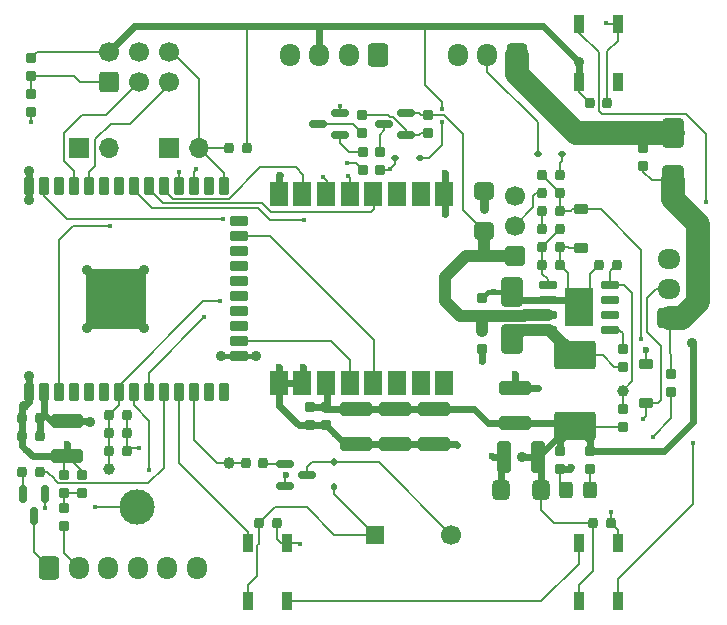
<source format=gbr>
%TF.GenerationSoftware,KiCad,Pcbnew,9.0.0-rc1*%
%TF.CreationDate,2025-03-28T12:21:10+01:00*%
%TF.ProjectId,Robobuoy-Top-Round-v2_0,526f626f-6275-46f7-992d-546f702d526f,rev?*%
%TF.SameCoordinates,Original*%
%TF.FileFunction,Copper,L1,Top*%
%TF.FilePolarity,Positive*%
%FSLAX46Y46*%
G04 Gerber Fmt 4.6, Leading zero omitted, Abs format (unit mm)*
G04 Created by KiCad (PCBNEW 9.0.0-rc1) date 2025-03-28 12:21:10*
%MOMM*%
%LPD*%
G01*
G04 APERTURE LIST*
G04 Aperture macros list*
%AMRoundRect*
0 Rectangle with rounded corners*
0 $1 Rounding radius*
0 $2 $3 $4 $5 $6 $7 $8 $9 X,Y pos of 4 corners*
0 Add a 4 corners polygon primitive as box body*
4,1,4,$2,$3,$4,$5,$6,$7,$8,$9,$2,$3,0*
0 Add four circle primitives for the rounded corners*
1,1,$1+$1,$2,$3*
1,1,$1+$1,$4,$5*
1,1,$1+$1,$6,$7*
1,1,$1+$1,$8,$9*
0 Add four rect primitives between the rounded corners*
20,1,$1+$1,$2,$3,$4,$5,0*
20,1,$1+$1,$4,$5,$6,$7,0*
20,1,$1+$1,$6,$7,$8,$9,0*
20,1,$1+$1,$8,$9,$2,$3,0*%
G04 Aperture macros list end*
%TA.AperFunction,SMDPad,CuDef*%
%ADD10RoundRect,0.250000X2.250000X-2.250000X2.250000X2.250000X-2.250000X2.250000X-2.250000X-2.250000X0*%
%TD*%
%TA.AperFunction,SMDPad,CuDef*%
%ADD11RoundRect,0.225000X0.225000X-0.525000X0.225000X0.525000X-0.225000X0.525000X-0.225000X-0.525000X0*%
%TD*%
%TA.AperFunction,SMDPad,CuDef*%
%ADD12RoundRect,0.225000X0.525000X0.225000X-0.525000X0.225000X-0.525000X-0.225000X0.525000X-0.225000X0*%
%TD*%
%TA.AperFunction,SMDPad,CuDef*%
%ADD13RoundRect,0.200000X0.200000X0.250000X-0.200000X0.250000X-0.200000X-0.250000X0.200000X-0.250000X0*%
%TD*%
%TA.AperFunction,SMDPad,CuDef*%
%ADD14RoundRect,0.200000X0.250000X-0.200000X0.250000X0.200000X-0.250000X0.200000X-0.250000X-0.200000X0*%
%TD*%
%TA.AperFunction,SMDPad,CuDef*%
%ADD15RoundRect,0.200000X-0.250000X0.200000X-0.250000X-0.200000X0.250000X-0.200000X0.250000X0.200000X0*%
%TD*%
%TA.AperFunction,SMDPad,CuDef*%
%ADD16RoundRect,0.090000X0.360000X-0.660000X0.360000X0.660000X-0.360000X0.660000X-0.360000X-0.660000X0*%
%TD*%
%TA.AperFunction,SMDPad,CuDef*%
%ADD17C,1.000000*%
%TD*%
%TA.AperFunction,SMDPad,CuDef*%
%ADD18RoundRect,0.150000X-0.587500X-0.150000X0.587500X-0.150000X0.587500X0.150000X-0.587500X0.150000X0*%
%TD*%
%TA.AperFunction,SMDPad,CuDef*%
%ADD19RoundRect,0.225000X0.375000X-0.225000X0.375000X0.225000X-0.375000X0.225000X-0.375000X-0.225000X0*%
%TD*%
%TA.AperFunction,SMDPad,CuDef*%
%ADD20RoundRect,0.375000X0.375000X0.475000X-0.375000X0.475000X-0.375000X-0.475000X0.375000X-0.475000X0*%
%TD*%
%TA.AperFunction,SMDPad,CuDef*%
%ADD21RoundRect,0.150000X0.587500X0.150000X-0.587500X0.150000X-0.587500X-0.150000X0.587500X-0.150000X0*%
%TD*%
%TA.AperFunction,SMDPad,CuDef*%
%ADD22RoundRect,0.250000X-1.100000X0.325000X-1.100000X-0.325000X1.100000X-0.325000X1.100000X0.325000X0*%
%TD*%
%TA.AperFunction,SMDPad,CuDef*%
%ADD23RoundRect,0.112500X0.187500X0.112500X-0.187500X0.112500X-0.187500X-0.112500X0.187500X-0.112500X0*%
%TD*%
%TA.AperFunction,SMDPad,CuDef*%
%ADD24RoundRect,0.200000X-0.200000X-0.250000X0.200000X-0.250000X0.200000X0.250000X-0.200000X0.250000X0*%
%TD*%
%TA.AperFunction,ComponentPad*%
%ADD25RoundRect,0.250000X0.600000X-0.600000X0.600000X0.600000X-0.600000X0.600000X-0.600000X-0.600000X0*%
%TD*%
%TA.AperFunction,ComponentPad*%
%ADD26C,1.700000*%
%TD*%
%TA.AperFunction,ComponentPad*%
%ADD27C,3.000000*%
%TD*%
%TA.AperFunction,ComponentPad*%
%ADD28R,1.700000X1.700000*%
%TD*%
%TA.AperFunction,ComponentPad*%
%ADD29O,1.700000X1.700000*%
%TD*%
%TA.AperFunction,SMDPad,CuDef*%
%ADD30RoundRect,0.250000X0.650000X-1.000000X0.650000X1.000000X-0.650000X1.000000X-0.650000X-1.000000X0*%
%TD*%
%TA.AperFunction,ComponentPad*%
%ADD31R,1.650000X1.650000*%
%TD*%
%TA.AperFunction,SMDPad,CuDef*%
%ADD32RoundRect,0.375000X0.475000X-0.375000X0.475000X0.375000X-0.475000X0.375000X-0.475000X-0.375000X0*%
%TD*%
%TA.AperFunction,ComponentPad*%
%ADD33RoundRect,0.250000X-0.600000X-0.725000X0.600000X-0.725000X0.600000X0.725000X-0.600000X0.725000X0*%
%TD*%
%TA.AperFunction,ComponentPad*%
%ADD34O,1.700000X1.950000*%
%TD*%
%TA.AperFunction,SMDPad,CuDef*%
%ADD35RoundRect,0.112500X0.112500X-0.187500X0.112500X0.187500X-0.112500X0.187500X-0.112500X-0.187500X0*%
%TD*%
%TA.AperFunction,SMDPad,CuDef*%
%ADD36RoundRect,0.230769X-1.519231X0.969231X-1.519231X-0.969231X1.519231X-0.969231X1.519231X0.969231X0*%
%TD*%
%TA.AperFunction,ComponentPad*%
%ADD37RoundRect,0.250000X0.725000X-0.600000X0.725000X0.600000X-0.725000X0.600000X-0.725000X-0.600000X0*%
%TD*%
%TA.AperFunction,ComponentPad*%
%ADD38O,1.950000X1.700000*%
%TD*%
%TA.AperFunction,ComponentPad*%
%ADD39RoundRect,0.250000X0.600000X0.725000X-0.600000X0.725000X-0.600000X-0.725000X0.600000X-0.725000X0*%
%TD*%
%TA.AperFunction,ComponentPad*%
%ADD40RoundRect,0.206250X0.618750X-0.618750X0.618750X0.618750X-0.618750X0.618750X-0.618750X-0.618750X0*%
%TD*%
%TA.AperFunction,SMDPad,CuDef*%
%ADD41R,1.500000X2.000000*%
%TD*%
%TA.AperFunction,SMDPad,CuDef*%
%ADD42RoundRect,0.300000X-0.300000X-0.400000X0.300000X-0.400000X0.300000X0.400000X-0.300000X0.400000X0*%
%TD*%
%TA.AperFunction,SMDPad,CuDef*%
%ADD43RoundRect,0.150000X0.650000X0.150000X-0.650000X0.150000X-0.650000X-0.150000X0.650000X-0.150000X0*%
%TD*%
%TA.AperFunction,HeatsinkPad*%
%ADD44C,0.500000*%
%TD*%
%TA.AperFunction,HeatsinkPad*%
%ADD45R,2.400000X3.200000*%
%TD*%
%TA.AperFunction,SMDPad,CuDef*%
%ADD46RoundRect,0.250000X0.325000X1.100000X-0.325000X1.100000X-0.325000X-1.100000X0.325000X-1.100000X0*%
%TD*%
%TA.AperFunction,SMDPad,CuDef*%
%ADD47RoundRect,0.250000X1.100000X-0.325000X1.100000X0.325000X-1.100000X0.325000X-1.100000X-0.325000X0*%
%TD*%
%TA.AperFunction,SMDPad,CuDef*%
%ADD48RoundRect,0.150000X-0.150000X0.587500X-0.150000X-0.587500X0.150000X-0.587500X0.150000X0.587500X0*%
%TD*%
%TA.AperFunction,SMDPad,CuDef*%
%ADD49RoundRect,0.225000X-0.375000X0.225000X-0.375000X-0.225000X0.375000X-0.225000X0.375000X0.225000X0*%
%TD*%
%TA.AperFunction,ViaPad*%
%ADD50C,0.450000*%
%TD*%
%TA.AperFunction,ViaPad*%
%ADD51C,0.900000*%
%TD*%
%TA.AperFunction,ViaPad*%
%ADD52C,0.600000*%
%TD*%
%TA.AperFunction,Conductor*%
%ADD53C,0.200000*%
%TD*%
%TA.AperFunction,Conductor*%
%ADD54C,0.600000*%
%TD*%
%TA.AperFunction,Conductor*%
%ADD55C,0.400000*%
%TD*%
%TA.AperFunction,Conductor*%
%ADD56C,0.800000*%
%TD*%
%TA.AperFunction,Conductor*%
%ADD57C,1.000000*%
%TD*%
%TA.AperFunction,Conductor*%
%ADD58C,2.000000*%
%TD*%
G04 APERTURE END LIST*
D10*
%TO.P,U101,39,GND*%
%TO.N,GND*%
X-12898000Y-860000D03*
D11*
%TO.P,U101,38,GND*%
X-20243000Y8750000D03*
%TO.P,U101,37,MOSI/GPIO23*%
%TO.N,/CPU/RADIO_1*%
X-18973000Y8750000D03*
%TO.P,U101,36,SCL/GPIO22*%
%TO.N,unconnected-(U101-SCL{slash}GPIO22-Pad36)*%
X-17703000Y8750000D03*
%TO.P,U101,35,TXD/GPIO1*%
%TO.N,TX*%
X-16433000Y8750000D03*
%TO.P,U101,34,RXD/GPIO3*%
%TO.N,RX*%
X-15163000Y8750000D03*
%TO.P,U101,33,SDA/GPIO21*%
%TO.N,unconnected-(U101-SDA{slash}GPIO21-Pad33)*%
X-13893000Y8750000D03*
%TO.P,U101,32,NC*%
%TO.N,unconnected-(U101-NC-Pad32)*%
X-12623000Y8750000D03*
%TO.P,U101,31,MISO/GPIO19*%
%TO.N,/CPU/RADIO_2*%
X-11353000Y8750000D03*
%TO.P,U101,30,SCK/GPIO18*%
%TO.N,/CPU/RADIO_3*%
X-10083000Y8750000D03*
%TO.P,U101,29,CS/GPIO5*%
%TO.N,/CPU/RADIO_4*%
X-8813000Y8750000D03*
%TO.P,U101,28,TXD/GPIO17*%
%TO.N,/CPU/TX_GPS*%
X-7543000Y8750000D03*
%TO.P,U101,27,RXD/GPIO16*%
%TO.N,/CPU/RX_GPS*%
X-6273000Y8750000D03*
%TO.P,U101,26,D1/GPIO4*%
%TO.N,unconnected-(U101-D1{slash}GPIO4-Pad26)*%
X-5003000Y8750000D03*
%TO.P,U101,25,BOOT/GPIO0*%
%TO.N,DR0*%
X-3733000Y8750000D03*
D12*
%TO.P,U101,24,D0/GPIO2*%
%TO.N,unconnected-(U101-D0{slash}GPIO2-Pad24)*%
X-2483000Y5715000D03*
%TO.P,U101,23,MTDO/CS/CMD/GPIO15*%
%TO.N,/CPU/RADIO_5*%
X-2483000Y4445000D03*
%TO.P,U101,22,NC*%
%TO.N,unconnected-(U101-NC-Pad22)*%
X-2483000Y3175000D03*
%TO.P,U101,21,NC*%
%TO.N,unconnected-(U101-NC-Pad21)*%
X-2483000Y1905000D03*
%TO.P,U101,20,NC*%
%TO.N,unconnected-(U101-NC-Pad20)*%
X-2483000Y635000D03*
%TO.P,U101,19,NC*%
%TO.N,unconnected-(U101-NC-Pad19)*%
X-2483000Y-635000D03*
%TO.P,U101,18,NC*%
%TO.N,unconnected-(U101-NC-Pad18)*%
X-2483000Y-1905000D03*
%TO.P,U101,17,NC*%
%TO.N,unconnected-(U101-NC-Pad17)*%
X-2483000Y-3175000D03*
%TO.P,U101,16,MTCK/MOSI/D3/GPIO13*%
%TO.N,unconnected-(U101-MTCK{slash}MOSI{slash}D3{slash}GPIO13-Pad16)*%
X-2483000Y-4445000D03*
%TO.P,U101,15,GND*%
%TO.N,GND*%
X-2483000Y-5715000D03*
D11*
%TO.P,U101,14,MTDI/MISO/D2/GPIO12*%
%TO.N,unconnected-(U101-MTDI{slash}MISO{slash}D2{slash}GPIO12-Pad14)*%
X-3733000Y-8750000D03*
%TO.P,U101,13,MTMS/SCK/CLK/GPIO14*%
%TO.N,/CPU/RADIO_6*%
X-5003000Y-8750000D03*
%TO.P,U101,12,GPIO27*%
%TO.N,BUZZER*%
X-6273000Y-8750000D03*
%TO.P,U101,11,GPIO26*%
%TO.N,BUTTON_LIGHT*%
X-7543000Y-8750000D03*
%TO.P,U101,10,GPIO25*%
%TO.N,LEDS*%
X-8813000Y-8750000D03*
%TO.P,U101,9,GPIO33*%
%TO.N,/CPU/VbatEn*%
X-10083000Y-8750000D03*
%TO.P,U101,8,GPIO32*%
%TO.N,/CPU/COM*%
X-11353000Y-8750000D03*
%TO.P,U101,7,GPIO35*%
%TO.N,/CPU/Vsamp*%
X-12623000Y-8750000D03*
%TO.P,U101,6,GPIO34*%
%TO.N,unconnected-(U101-GPIO34-Pad6)*%
X-13893000Y-8750000D03*
%TO.P,U101,5,GPIO39*%
%TO.N,unconnected-(U101-GPIO39-Pad5)*%
X-15163000Y-8750000D03*
%TO.P,U101,4,GPIO36*%
%TO.N,unconnected-(U101-GPIO36-Pad4)*%
X-16433000Y-8750000D03*
%TO.P,U101,3,CHIP_PU/EN*%
%TO.N,EN*%
X-17703000Y-8750000D03*
%TO.P,U101,2,VDD*%
%TO.N,+3.3V*%
X-18973000Y-8750000D03*
%TO.P,U101,1,GND*%
%TO.N,GND*%
X-20243000Y-8750000D03*
%TD*%
D13*
%TO.P,R209,1*%
%TO.N,Net-(U201-ENA)*%
X24722000Y5080000D03*
%TO.P,R209,2*%
%TO.N,Net-(R207-Pad2)*%
X23222000Y5080000D03*
%TD*%
D14*
%TO.P,C207,1*%
%TO.N,Net-(D204-K)*%
X30068000Y-6592000D03*
%TO.P,C207,2*%
%TO.N,Net-(U201-BOOT)*%
X30068000Y-5092000D03*
%TD*%
D15*
%TO.P,R102,1*%
%TO.N,+3.3V*%
X-20066000Y19546000D03*
%TO.P,R102,2*%
%TO.N,EN*%
X-20066000Y18046000D03*
%TD*%
D16*
%TO.P,D104,1,VDD*%
%TO.N,+3.3V*%
X-1650000Y-26450000D03*
%TO.P,D104,2,DOUT*%
%TO.N,Net-(D104-DOUT)*%
X1650000Y-26450000D03*
%TO.P,D104,3,VSS*%
%TO.N,GND*%
X1650000Y-21550000D03*
%TO.P,D104,4,DIN*%
%TO.N,LEDS*%
X-1650000Y-21550000D03*
%TD*%
D17*
%TO.P,TP204,1,1*%
%TO.N,Net-(U201-Vsens)*%
X30068000Y-8636000D03*
%TD*%
D14*
%TO.P,C203,1*%
%TO.N,Vbatt*%
X18130000Y-2274000D03*
%TO.P,C203,2*%
%TO.N,GND*%
X18130000Y-774000D03*
%TD*%
%TO.P,C113,1*%
%TO.N,BUTTON*%
X-17272000Y-17260000D03*
%TO.P,C113,2*%
%TO.N,GND*%
X-17272000Y-15760000D03*
%TD*%
D18*
%TO.P,Q102,1,G*%
%TO.N,Net-(Q102-G)*%
X1475500Y-14798000D03*
%TO.P,Q102,2,S*%
%TO.N,GND*%
X1475500Y-16698000D03*
%TO.P,Q102,3,D*%
%TO.N,Net-(BZ101--)*%
X3350500Y-15748000D03*
%TD*%
D16*
%TO.P,D105,1,VDD*%
%TO.N,+3.3V*%
X26350000Y-26450000D03*
%TO.P,D105,2,DOUT*%
%TO.N,Net-(D105-DOUT)*%
X29650000Y-26450000D03*
%TO.P,D105,3,VSS*%
%TO.N,GND*%
X29650000Y-21550000D03*
%TO.P,D105,4,DIN*%
%TO.N,Net-(D104-DOUT)*%
X26350000Y-21550000D03*
%TD*%
D13*
%TO.P,R101,1*%
%TO.N,+3.3V*%
X-1790000Y11938000D03*
%TO.P,R101,2*%
%TO.N,DR0*%
X-3290000Y11938000D03*
%TD*%
D19*
%TO.P,D206,1,K*%
%TO.N,/CPU/COM*%
X32000000Y-9650000D03*
%TO.P,D206,2,A*%
%TO.N,GND*%
X32000000Y-6350000D03*
%TD*%
D20*
%TO.P,C211,1*%
%TO.N,+3.3V*%
X23132000Y-17018000D03*
%TO.P,C211,2*%
%TO.N,GND*%
X19732000Y-17018000D03*
%TD*%
D21*
%TO.P,Q202,1,G*%
%TO.N,Net-(Q202-G)*%
X11701500Y13020000D03*
%TO.P,Q202,2,S*%
%TO.N,Vbatt*%
X11701500Y14920000D03*
%TO.P,Q202,3,D*%
%TO.N,Net-(Q202-D)*%
X9826500Y13970000D03*
%TD*%
D22*
%TO.P,C302,1*%
%TO.N,+3.3V*%
X14066000Y-10209000D03*
%TO.P,C302,2*%
%TO.N,GND*%
X14066000Y-13159000D03*
%TD*%
D23*
%TO.P,D203,1,K*%
%TO.N,Net-(D203-K)*%
X24926000Y11430000D03*
%TO.P,D203,2,A*%
%TO.N,Net-(D203-A)*%
X22826000Y11430000D03*
%TD*%
D24*
%TO.P,C204,1*%
%TO.N,/CPU/Vsamp*%
X-13450000Y-13691585D03*
%TO.P,C204,2*%
%TO.N,GND*%
X-11950000Y-13691585D03*
%TD*%
%TO.P,C205,1*%
%TO.N,Net-(U201-ENA)*%
X23222000Y2032000D03*
%TO.P,C205,2*%
%TO.N,GND*%
X24722000Y2032000D03*
%TD*%
D13*
%TO.P,R212,1*%
%TO.N,Net-(U201-Vsens)*%
X29536000Y2032000D03*
%TO.P,R212,2*%
%TO.N,GND*%
X28036000Y2032000D03*
%TD*%
%TO.P,R215,1*%
%TO.N,Net-(D203-K)*%
X24722000Y9652000D03*
%TO.P,R215,2*%
%TO.N,/CPU/ON*%
X23222000Y9652000D03*
%TD*%
D15*
%TO.P,C104,1*%
%TO.N,+3.3V*%
X3556000Y-10045000D03*
%TO.P,C104,2*%
%TO.N,GND*%
X3556000Y-11545000D03*
%TD*%
D13*
%TO.P,C106,1*%
%TO.N,+3.3V*%
X-19316000Y-12446000D03*
%TO.P,C106,2*%
%TO.N,GND*%
X-20816000Y-12446000D03*
%TD*%
%TO.P,R119,1*%
%TO.N,BUTTON_LIGHT*%
X-19316000Y-15494000D03*
%TO.P,R119,2*%
%TO.N,Net-(Q101-G)*%
X-20816000Y-15494000D03*
%TD*%
D25*
%TO.P,J101,1,Pin_1*%
%TO.N,EN*%
X-13467000Y17535500D03*
D26*
%TO.P,J101,2,Pin_2*%
%TO.N,+3.3V*%
X-13467000Y20075500D03*
%TO.P,J101,3,Pin_3*%
%TO.N,TX*%
X-10927000Y17535500D03*
%TO.P,J101,4,Pin_4*%
%TO.N,GND*%
X-10927000Y20075500D03*
%TO.P,J101,5,Pin_5*%
%TO.N,RX*%
X-8387000Y17535500D03*
%TO.P,J101,6,Pin_6*%
%TO.N,DR0*%
X-8387000Y20075500D03*
%TD*%
D13*
%TO.P,C105,1*%
%TO.N,+3.3V*%
X-19316000Y-10922000D03*
%TO.P,C105,2*%
%TO.N,GND*%
X-20816000Y-10922000D03*
%TD*%
D27*
%TO.P,TP203,1,1*%
%TO.N,GND*%
X-11049000Y-18491200D03*
%TD*%
D28*
%TO.P,SW101,1,1*%
%TO.N,GND*%
X-8382000Y11938000D03*
D29*
%TO.P,SW101,2,2*%
%TO.N,DR0*%
X-5842000Y11938000D03*
%TD*%
D24*
%TO.P,R205,1*%
%TO.N,Net-(R205-Pad1)*%
X23222000Y8128000D03*
%TO.P,R205,2*%
%TO.N,/CPU/ON*%
X24722000Y8128000D03*
%TD*%
D14*
%TO.P,R202,1*%
%TO.N,Net-(Q202-G)*%
X13558000Y13220000D03*
%TO.P,R202,2*%
%TO.N,Vbatt*%
X13558000Y14720000D03*
%TD*%
D15*
%TO.P,C303,1*%
%TO.N,+3.3V*%
X4922000Y-10045000D03*
%TO.P,C303,2*%
%TO.N,GND*%
X4922000Y-11545000D03*
%TD*%
D28*
%TO.P,SW102,1,1*%
%TO.N,GND*%
X-16007000Y11938000D03*
D29*
%TO.P,SW102,2,2*%
%TO.N,EN*%
X-13467000Y11938000D03*
%TD*%
D30*
%TO.P,D201,1,K*%
%TO.N,Vbatt*%
X34290000Y9176000D03*
%TO.P,D201,2,A*%
%TO.N,Net-(D201-A)*%
X34290000Y13176000D03*
%TD*%
D31*
%TO.P,BZ101,1,+*%
%TO.N,+3.3V*%
X9038000Y-20828000D03*
D26*
%TO.P,BZ101,2,-*%
%TO.N,Net-(BZ101--)*%
X15538000Y-20828000D03*
%TD*%
D30*
%TO.P,D204,1,K*%
%TO.N,Net-(D204-K)*%
X20670000Y-4286000D03*
%TO.P,D204,2,A*%
%TO.N,GND*%
X20670000Y-286000D03*
%TD*%
D15*
%TO.P,C202,1*%
%TO.N,Vbatt*%
X18130000Y-3568000D03*
%TO.P,C202,2*%
%TO.N,GND*%
X18130000Y-5068000D03*
%TD*%
D32*
%TO.P,C201,1*%
%TO.N,Vbatt*%
X18288000Y4904000D03*
%TO.P,C201,2*%
%TO.N,GND*%
X18288000Y8304000D03*
%TD*%
D33*
%TO.P,J103,1,Pin_1*%
%TO.N,Net-(J103-Pin_1)*%
X-18502000Y-23622000D03*
D34*
%TO.P,J103,2,Pin_2*%
%TO.N,Net-(J103-Pin_2)*%
X-16002000Y-23622000D03*
%TO.P,J103,3,Pin_3*%
%TO.N,+3.3V*%
X-13502000Y-23622000D03*
%TO.P,J103,4,Pin_4*%
%TO.N,GND*%
X-11002000Y-23622000D03*
%TO.P,J103,5,Pin_5*%
%TO.N,/CPU/ON*%
X-8502000Y-23622000D03*
%TO.P,J103,6,Pin_6*%
%TO.N,Net-(J103-Pin_6)*%
X-6002000Y-23622000D03*
%TD*%
D35*
%TO.P,D101,1,K*%
%TO.N,+3.3V*%
X5588000Y-16798000D03*
%TO.P,D101,2,A*%
%TO.N,Net-(BZ101--)*%
X5588000Y-14698000D03*
%TD*%
D15*
%TO.P,R201,1*%
%TO.N,Net-(Q201-G)*%
X8077200Y11570400D03*
%TO.P,R201,2*%
%TO.N,/CPU/VbatEn*%
X8077200Y10070400D03*
%TD*%
D22*
%TO.P,C102,1*%
%TO.N,+3.3V*%
X-17018000Y-11225000D03*
%TO.P,C102,2*%
%TO.N,GND*%
X-17018000Y-14175000D03*
%TD*%
D36*
%TO.P,L201,1*%
%TO.N,Net-(D204-K)*%
X26004000Y-5636000D03*
%TO.P,L201,2*%
%TO.N,+3.3V*%
X26004000Y-11636000D03*
%TD*%
D15*
%TO.P,C210,1*%
%TO.N,+3.3V*%
X24734000Y-13728000D03*
%TO.P,C210,2*%
%TO.N,GND*%
X24734000Y-15228000D03*
%TD*%
D37*
%TO.P,J201,1,Pin_1*%
%TO.N,Vbatt*%
X34000000Y-2500000D03*
D38*
%TO.P,J201,2,Pin_2*%
%TO.N,/CPU/COM*%
X34000000Y0D03*
%TO.P,J201,3,Pin_3*%
%TO.N,GND*%
X34000000Y2500000D03*
%TD*%
D13*
%TO.P,R207,1*%
%TO.N,/CPU/ON*%
X24722000Y6604000D03*
%TO.P,R207,2*%
%TO.N,Net-(R207-Pad2)*%
X23222000Y6604000D03*
%TD*%
D23*
%TO.P,D202,1,K*%
%TO.N,+3.3V*%
X12835600Y11099800D03*
%TO.P,D202,2,A*%
%TO.N,/CPU/Vsamp*%
X10735600Y11099800D03*
%TD*%
D21*
%TO.P,Q201,1,G*%
%TO.N,Net-(Q201-G)*%
X6113500Y13020000D03*
%TO.P,Q201,2,S*%
%TO.N,GND*%
X6113500Y14920000D03*
%TO.P,Q201,3,D*%
%TO.N,Net-(Q201-D)*%
X4238500Y13970000D03*
%TD*%
D24*
%TO.P,C108,1*%
%TO.N,+3.3V*%
X27540000Y-19812000D03*
%TO.P,C108,2*%
%TO.N,GND*%
X29040000Y-19812000D03*
%TD*%
D17*
%TO.P,TP101,1,1*%
%TO.N,BUZZER*%
X-3302000Y-14732000D03*
%TD*%
D22*
%TO.P,C301,1*%
%TO.N,+3.3V*%
X7462000Y-10209000D03*
%TO.P,C301,2*%
%TO.N,GND*%
X7462000Y-13159000D03*
%TD*%
D15*
%TO.P,C101,1*%
%TO.N,EN*%
X-20066000Y16498000D03*
%TO.P,C101,2*%
%TO.N,GND*%
X-20066000Y14998000D03*
%TD*%
D39*
%TO.P,J104,1,Pin_1*%
%TO.N,/CPU/TX_GPS*%
X9338000Y19795000D03*
D34*
%TO.P,J104,2,Pin_2*%
%TO.N,/CPU/RX_GPS*%
X6838000Y19795000D03*
%TO.P,J104,3,Pin_3*%
%TO.N,+3.3V*%
X4338000Y19795000D03*
%TO.P,J104,4,Pin_4*%
%TO.N,GND*%
X1838000Y19795000D03*
%TD*%
D40*
%TO.P,SW201,1*%
%TO.N,Vbatt*%
X20924000Y2794000D03*
D26*
%TO.P,SW201,2*%
%TO.N,Net-(R205-Pad1)*%
X20924000Y5334000D03*
%TO.P,SW201,3*%
%TO.N,unconnected-(SW201-Pad3)*%
X20924000Y7874000D03*
%TD*%
D15*
%TO.P,R214,1*%
%TO.N,Net-(D201-A)*%
X31750000Y11926000D03*
%TO.P,R214,2*%
%TO.N,Vbatt*%
X31750000Y10426000D03*
%TD*%
%TO.P,R112,1*%
%TO.N,BUTTON*%
X-17272000Y-18554000D03*
%TO.P,R112,2*%
%TO.N,Net-(J103-Pin_2)*%
X-17272000Y-20054000D03*
%TD*%
D41*
%TO.P,U301,1,GND*%
%TO.N,GND*%
X927600Y-7948200D03*
%TO.P,U301,2,GND*%
X2927600Y-7948200D03*
%TO.P,U301,3,VDD*%
%TO.N,+3.3V*%
X4927600Y-7948200D03*
%TO.P,U301,4,~{RESET}*%
%TO.N,/CPU/RADIO_5*%
X6927600Y-7948200D03*
%TO.P,U301,5,DIO0*%
%TO.N,/CPU/RADIO_6*%
X8927600Y-7948200D03*
%TO.P,U301,6,DIO1*%
%TO.N,unconnected-(U301-DIO1-Pad6)*%
X10927600Y-7948200D03*
%TO.P,U301,7,DIO2*%
%TO.N,unconnected-(U301-DIO2-Pad7)*%
X12927600Y-7948200D03*
%TO.P,U301,8,DIO3*%
%TO.N,unconnected-(U301-DIO3-Pad8)*%
X14927600Y-7948200D03*
%TO.P,U301,9,GND*%
%TO.N,GND*%
X14927600Y8051800D03*
%TO.P,U301,10,DIO4*%
%TO.N,unconnected-(U301-DIO4-Pad10)*%
X12927600Y8051800D03*
%TO.P,U301,11,DIO5*%
%TO.N,unconnected-(U301-DIO5-Pad11)*%
X10927600Y8051800D03*
%TO.P,U301,12,SCK*%
%TO.N,/CPU/RADIO_3*%
X8927600Y8051800D03*
%TO.P,U301,13,MISO*%
%TO.N,/CPU/RADIO_2*%
X6927600Y8051800D03*
%TO.P,U301,14,MOSI*%
%TO.N,/CPU/RADIO_1*%
X4927600Y8051800D03*
%TO.P,U301,15,~{NSS}*%
%TO.N,/CPU/RADIO_4*%
X2927600Y8051800D03*
%TO.P,U301,16,GND*%
%TO.N,GND*%
X927600Y8051800D03*
%TD*%
D24*
%TO.P,R208,1*%
%TO.N,/CPU/Vsamp*%
X-13450000Y-10668000D03*
%TO.P,R208,2*%
%TO.N,GND*%
X-11950000Y-10668000D03*
%TD*%
D22*
%TO.P,C103,1*%
%TO.N,+3.3V*%
X10764000Y-10209000D03*
%TO.P,C103,2*%
%TO.N,GND*%
X10764000Y-13159000D03*
%TD*%
D13*
%TO.P,R103,1*%
%TO.N,Net-(Q102-G)*%
X-393000Y-14732000D03*
%TO.P,R103,2*%
%TO.N,BUZZER*%
X-1893000Y-14732000D03*
%TD*%
D15*
%TO.P,R104,1*%
%TO.N,Vbatt*%
X34163000Y-7251000D03*
%TO.P,R104,2*%
%TO.N,Net-(J103-Pin_6)*%
X34163000Y-8751000D03*
%TD*%
D14*
%TO.P,R203,1*%
%TO.N,Net-(Q201-D)*%
X7970000Y13220000D03*
%TO.P,R203,2*%
%TO.N,Net-(Q202-G)*%
X7970000Y14720000D03*
%TD*%
D24*
%TO.P,R204,1*%
%TO.N,/CPU/Vsamp*%
X-13450000Y-12167585D03*
%TO.P,R204,2*%
%TO.N,GND*%
X-11950000Y-12167585D03*
%TD*%
D42*
%TO.P,D205,1,K*%
%TO.N,GND*%
X25258000Y-17018000D03*
%TO.P,D205,2,A*%
%TO.N,Net-(D205-A)*%
X27258000Y-17018000D03*
%TD*%
D14*
%TO.P,R213,1*%
%TO.N,Net-(D205-A)*%
X27274000Y-15228000D03*
%TO.P,R213,2*%
%TO.N,+3.3V*%
X27274000Y-13728000D03*
%TD*%
D43*
%TO.P,U201,1,BOOT*%
%TO.N,Net-(U201-BOOT)*%
X29000000Y-3467000D03*
%TO.P,U201,2,NC*%
%TO.N,unconnected-(U201-NC-Pad2)*%
X29000000Y-2197000D03*
%TO.P,U201,3,NC*%
%TO.N,unconnected-(U201-NC-Pad3)*%
X29000000Y-927000D03*
%TO.P,U201,4,Vsens*%
%TO.N,Net-(U201-Vsens)*%
X29000000Y343000D03*
%TO.P,U201,5,ENA*%
%TO.N,Net-(U201-ENA)*%
X23700000Y343000D03*
%TO.P,U201,6,GND*%
%TO.N,GND*%
X23700000Y-927000D03*
%TO.P,U201,7,Vin*%
%TO.N,Vbatt*%
X23700000Y-2197000D03*
%TO.P,U201,8,PH*%
%TO.N,Net-(D204-K)*%
X23700000Y-3467000D03*
D44*
%TO.P,U201,9,PAD*%
%TO.N,GND*%
X27300000Y-2912000D03*
X27300000Y-1562000D03*
X27300000Y-212000D03*
D45*
X26350000Y-1562000D03*
D44*
X25400000Y-2912000D03*
X25400000Y-1562000D03*
X25400000Y-212000D03*
%TD*%
D15*
%TO.P,R206,1*%
%TO.N,Net-(Q202-D)*%
X9474200Y11570400D03*
%TO.P,R206,2*%
%TO.N,/CPU/Vsamp*%
X9474200Y10070400D03*
%TD*%
D24*
%TO.P,C109,1*%
%TO.N,+3.3V*%
X-750000Y-19812000D03*
%TO.P,C109,2*%
%TO.N,GND*%
X750000Y-19812000D03*
%TD*%
D17*
%TO.P,TP202,1,1*%
%TO.N,/CPU/Vsamp*%
X-13462000Y-15215585D03*
%TD*%
D24*
%TO.P,C107,1*%
%TO.N,+3.3V*%
X27250000Y15748000D03*
%TO.P,C107,2*%
%TO.N,GND*%
X28750000Y15748000D03*
%TD*%
D14*
%TO.P,R211,1*%
%TO.N,+3.3V*%
X30068000Y-11672000D03*
%TO.P,R211,2*%
%TO.N,Net-(U201-Vsens)*%
X30068000Y-10172000D03*
%TD*%
D39*
%TO.P,J202,1,Pin_1*%
%TO.N,Net-(D201-A)*%
X21082000Y19812000D03*
D34*
%TO.P,J202,2,Pin_2*%
%TO.N,Net-(D203-A)*%
X18582000Y19812000D03*
%TO.P,J202,3,Pin_3*%
%TO.N,GND*%
X16082000Y19812000D03*
%TD*%
D46*
%TO.P,C209,1*%
%TO.N,+3.3V*%
X22907000Y-14224000D03*
%TO.P,C209,2*%
%TO.N,GND*%
X19957000Y-14224000D03*
%TD*%
D47*
%TO.P,C208,1*%
%TO.N,+3.3V*%
X20924000Y-11381000D03*
%TO.P,C208,2*%
%TO.N,GND*%
X20924000Y-8431000D03*
%TD*%
D24*
%TO.P,R210,1*%
%TO.N,Net-(U201-ENA)*%
X23222000Y3556000D03*
%TO.P,R210,2*%
%TO.N,GND*%
X24722000Y3556000D03*
%TD*%
D14*
%TO.P,R117,1*%
%TO.N,BUTTON*%
X-15748000Y-17260000D03*
%TO.P,R117,2*%
%TO.N,GND*%
X-15748000Y-15760000D03*
%TD*%
D48*
%TO.P,Q101,1,D*%
%TO.N,GND*%
X-18862000Y-17350500D03*
%TO.P,Q101,2,G*%
%TO.N,Net-(Q101-G)*%
X-20762000Y-17350500D03*
%TO.P,Q101,3,S*%
%TO.N,Net-(J103-Pin_1)*%
X-19812000Y-19225500D03*
%TD*%
D16*
%TO.P,D106,1,VDD*%
%TO.N,+3.3V*%
X26350000Y17550000D03*
%TO.P,D106,2,DOUT*%
%TO.N,unconnected-(D106-DOUT-Pad2)*%
X29650000Y17550000D03*
%TO.P,D106,3,VSS*%
%TO.N,GND*%
X29650000Y22450000D03*
%TO.P,D106,4,DIN*%
%TO.N,Net-(D105-DOUT)*%
X26350000Y22450000D03*
%TD*%
D49*
%TO.P,D207,1,K*%
%TO.N,/CPU/ON*%
X26512000Y6730000D03*
%TO.P,D207,2,A*%
%TO.N,GND*%
X26512000Y3430000D03*
%TD*%
D50*
%TO.N,/CPU/COM*%
X-10033000Y-15367000D03*
X31750000Y-11049000D03*
%TO.N,+3.3V*%
X14705468Y14143068D03*
D51*
X21488400Y-14224000D03*
D50*
X14706600Y15245000D03*
D51*
X26350000Y19166800D03*
X-15036800Y-11252200D03*
X35915600Y-4622800D03*
%TO.N,GND*%
X-15341600Y-3276600D03*
X-10464800Y-3302000D03*
D50*
X-14605000Y-18491200D03*
X-20066000Y14097000D03*
D52*
X18288000Y6731000D03*
X20955000Y-7239000D03*
D51*
X-20243800Y-7340600D03*
D50*
X-10896600Y-13436600D03*
D51*
X-15341600Y1600200D03*
D52*
X970000Y-6604000D03*
X970000Y-9448800D03*
D51*
X-1016000Y-5715000D03*
D52*
X32004000Y-5207000D03*
X2970000Y-6654800D03*
X18999200Y-14173200D03*
D51*
X-20243000Y7493800D03*
D50*
X28600400Y22479000D03*
X29032200Y-18872200D03*
D52*
X25654000Y-15113000D03*
X16002000Y-13208000D03*
D51*
X-3962400Y-5715000D03*
D52*
X5715000Y-12319000D03*
X-20447000Y-13639800D03*
X12446000Y-13159000D03*
X-17043400Y-13106400D03*
D50*
X-18846800Y-18567400D03*
D52*
X22860000Y-8382000D03*
D51*
X-20243000Y10006800D03*
X-12898000Y-860000D03*
D52*
X19177000Y-286000D03*
X18161000Y-6096000D03*
X14986000Y9779000D03*
X14986000Y6350000D03*
D51*
X-10490200Y1625600D03*
D52*
X9144000Y-13159000D03*
D51*
X-20612100Y-9944100D03*
D52*
X1524000Y-15748000D03*
D50*
X6121400Y15519400D03*
D52*
X1016000Y9652000D03*
D50*
X2743200Y-21564600D03*
%TO.N,EN*%
X-13411200Y5359400D03*
%TO.N,/CPU/Vsamp*%
X10325100Y10147300D03*
X-4038600Y-1066800D03*
%TO.N,Net-(D105-DOUT)*%
X36017200Y-13030200D03*
X37084000Y7391400D03*
%TO.N,/CPU/TX_GPS*%
X-7518400Y9931400D03*
%TO.N,/CPU/RX_GPS*%
X-6070600Y10109200D03*
%TO.N,/CPU/VbatEn*%
X-5410200Y-2413000D03*
X6680200Y10668000D03*
%TO.N,/CPU/RADIO_1*%
X-3784600Y5943600D03*
X4622800Y9474200D03*
%TO.N,/CPU/RADIO_2*%
X3048000Y5816600D03*
X6756400Y9525000D03*
%TO.N,/CPU/ON*%
X31623000Y-4241800D03*
%TO.N,Net-(J103-Pin_6)*%
X32562800Y-12522200D03*
%TD*%
D53*
%TO.N,/CPU/COM*%
X-10033000Y-11176000D02*
X-11353000Y-9856000D01*
X-11353000Y-9856000D02*
X-11353000Y-8750000D01*
X-10033000Y-15367000D02*
X-10033000Y-11176000D01*
X32000000Y-10799000D02*
X31750000Y-11049000D01*
X32000000Y-9650000D02*
X32000000Y-10799000D01*
%TO.N,GND*%
X25400000Y1354000D02*
X25400000Y-212000D01*
X24722000Y2032000D02*
X25400000Y1354000D01*
X24722000Y3556000D02*
X24722000Y2032000D01*
X-10922000Y-13462000D02*
X-10896600Y-13436600D01*
X-11720415Y-13462000D02*
X-10922000Y-13462000D01*
X-11950000Y-13691585D02*
X-11720415Y-13462000D01*
X-11950000Y-10668000D02*
X-11950000Y-13691585D01*
%TO.N,/CPU/Vsamp*%
X-13450000Y-10668000D02*
X-13450000Y-13691585D01*
%TO.N,BUTTON_LIGHT*%
X-8813000Y-15163000D02*
X-8813000Y-8750000D01*
X-16211064Y-16461000D02*
X-10111000Y-16461000D01*
X-10111000Y-16461000D02*
X-8813000Y-15163000D01*
X-16808936Y-16461000D02*
X-16807136Y-16459200D01*
X-17735064Y-16461000D02*
X-16808936Y-16461000D01*
X-18023000Y-16140000D02*
X-18023000Y-16173064D01*
X-18023000Y-16173064D02*
X-17735064Y-16461000D01*
X-18669000Y-15494000D02*
X-18023000Y-16140000D01*
X-19316000Y-15494000D02*
X-18669000Y-15494000D01*
X-16212864Y-16459200D02*
X-16211064Y-16461000D01*
X-16807136Y-16459200D02*
X-16212864Y-16459200D01*
%TO.N,+3.3V*%
X9038000Y-20828000D02*
X5613400Y-20828000D01*
D54*
X4922000Y-10045000D02*
X4807000Y-10160000D01*
D53*
X13639800Y11099800D02*
X12835600Y11099800D01*
D54*
X13258800Y22225000D02*
X23291800Y22225000D01*
D53*
X-1650000Y-25043400D02*
X-1650000Y-26450000D01*
X23132000Y-18763200D02*
X23132000Y-17018000D01*
X26350000Y-25085000D02*
X26350000Y-26450000D01*
D54*
X22907000Y-14224000D02*
X25495000Y-11636000D01*
X22907000Y-14224000D02*
X21488400Y-14224000D01*
X22907000Y-14224000D02*
X23132000Y-14449000D01*
X23291800Y22225000D02*
X26350000Y19166800D01*
D53*
X30068000Y-11672000D02*
X26040000Y-11672000D01*
D54*
X5086000Y-10209000D02*
X4922000Y-10045000D01*
X17448000Y-10209000D02*
X14066000Y-10209000D01*
D53*
X27540000Y-23895000D02*
X26350000Y-25085000D01*
X-1790000Y11938000D02*
X-1790000Y22186200D01*
X24180800Y-19812000D02*
X23132000Y-18763200D01*
X26040000Y-11672000D02*
X26004000Y-11636000D01*
X-750000Y-21578000D02*
X-899000Y-21727000D01*
X-1790000Y22186200D02*
X-1828800Y22225000D01*
D54*
X4922000Y-10045000D02*
X3556000Y-10045000D01*
X4338000Y19795000D02*
X4338000Y22225000D01*
D53*
X27540000Y-19812000D02*
X27540000Y-23895000D01*
X-899000Y-24292400D02*
X-1650000Y-25043400D01*
X14706600Y15798800D02*
X13258800Y17246600D01*
X-899000Y-21727000D02*
X-899000Y-24292400D01*
D54*
X18620000Y-11381000D02*
X17448000Y-10209000D01*
X-19316000Y-10922000D02*
X-19316000Y-12446000D01*
X990600Y22225000D02*
X13258800Y22225000D01*
X25495000Y-11636000D02*
X26004000Y-11636000D01*
X27274000Y-12906000D02*
X26004000Y-11636000D01*
X-18973000Y-10579000D02*
X-19316000Y-10922000D01*
X27274000Y-13728000D02*
X33541400Y-13728000D01*
X20924000Y-11381000D02*
X25749000Y-11381000D01*
X33541400Y-13728000D02*
X34290000Y-12979400D01*
X25749000Y-11381000D02*
X26004000Y-11636000D01*
D53*
X14706600Y14141936D02*
X14706600Y12166600D01*
X5613400Y-20828000D02*
X3276600Y-18491200D01*
X5588000Y-17378000D02*
X9038000Y-20828000D01*
X27540000Y-19812000D02*
X24180800Y-19812000D01*
D54*
X23132000Y-14449000D02*
X23132000Y-17018000D01*
D53*
X5588000Y-16798000D02*
X5588000Y-17378000D01*
D54*
X4970000Y-8000000D02*
X4970000Y-9997000D01*
X-15064000Y-11225000D02*
X-15036800Y-11252200D01*
X-17018000Y-11225000D02*
X-18327000Y-11225000D01*
D53*
X-750000Y-19812000D02*
X-750000Y-21578000D01*
D54*
X27274000Y-13728000D02*
X27274000Y-12906000D01*
X24734000Y-13728000D02*
X24734000Y-12906000D01*
X-18973000Y-8750000D02*
X-18973000Y-10579000D01*
D53*
X-13476500Y20066000D02*
X-19546000Y20066000D01*
D54*
X35991800Y-11277600D02*
X35991800Y-4622800D01*
D53*
X14706600Y12166600D02*
X13639800Y11099800D01*
X14705468Y14143068D02*
X14706600Y14141936D01*
D54*
X-11317500Y22225000D02*
X-13467000Y20075500D01*
X26350000Y19166800D02*
X26350000Y17550000D01*
D53*
X3276600Y-18491200D02*
X570800Y-18491200D01*
X-13467000Y20075500D02*
X-13476500Y20066000D01*
D54*
X4970000Y-9997000D02*
X4922000Y-10045000D01*
X-18327000Y-11225000D02*
X-18973000Y-10579000D01*
D53*
X14706600Y15245000D02*
X14706600Y15798800D01*
D54*
X-1828800Y22225000D02*
X-11317500Y22225000D01*
D53*
X26350000Y17550000D02*
X26350000Y16648000D01*
X570800Y-18491200D02*
X-750000Y-19812000D01*
D54*
X34290000Y-12979400D02*
X35991800Y-11277600D01*
X-17018000Y-11225000D02*
X-15064000Y-11225000D01*
D53*
X-19546000Y20066000D02*
X-20066000Y19546000D01*
D54*
X20924000Y-11381000D02*
X18620000Y-11381000D01*
X14066000Y-10209000D02*
X5086000Y-10209000D01*
X24734000Y-12906000D02*
X26004000Y-11636000D01*
X990600Y22225000D02*
X-1828800Y22225000D01*
D53*
X13258800Y17246600D02*
X13258800Y22225000D01*
X26350000Y16648000D02*
X27250000Y15748000D01*
D54*
X35991800Y-4622800D02*
X35915600Y-4622800D01*
D53*
%TO.N,Net-(BZ101--)*%
X3717000Y-14698000D02*
X5588000Y-14698000D01*
X3350500Y-15064500D02*
X3717000Y-14698000D01*
X9408000Y-14698000D02*
X15538000Y-20828000D01*
X3350500Y-15748000D02*
X3350500Y-15064500D01*
X5588000Y-14698000D02*
X9408000Y-14698000D01*
%TO.N,GND*%
X1103000Y-21550000D02*
X1650000Y-21550000D01*
D54*
X5696000Y-12319000D02*
X4922000Y-11545000D01*
D53*
X24722000Y3556000D02*
X25400000Y3556000D01*
D54*
X21311000Y-927000D02*
X20670000Y-286000D01*
D53*
X28750000Y20114000D02*
X29650000Y21014000D01*
X1650000Y-21550000D02*
X2728600Y-21550000D01*
X29650000Y-20422000D02*
X29040000Y-19812000D01*
D54*
X2609000Y-11545000D02*
X3556000Y-11545000D01*
D53*
X1475500Y-16698000D02*
X1475500Y-15796500D01*
X25400000Y3556000D02*
X25527000Y3429000D01*
D54*
X14970000Y6366000D02*
X14986000Y6350000D01*
X14066000Y-13159000D02*
X15953000Y-13159000D01*
X-20816000Y-10148000D02*
X-20816000Y-12446000D01*
D53*
X6113500Y14920000D02*
X6113500Y15511500D01*
D54*
X23700000Y-927000D02*
X25715000Y-927000D01*
D53*
X32000000Y-5211000D02*
X32004000Y-5207000D01*
D54*
X19732000Y-14449000D02*
X19957000Y-14224000D01*
D53*
X-15748000Y-15445000D02*
X-17018000Y-14175000D01*
D54*
X-20243000Y-8750000D02*
X-20243000Y-9575000D01*
D55*
X-2483000Y-5715000D02*
X-3962400Y-5715000D01*
D53*
X-20066000Y14998000D02*
X-20066000Y14097000D01*
X29650000Y22450000D02*
X28629400Y22450000D01*
X-18862000Y-17350500D02*
X-18862000Y-18552200D01*
D54*
X970000Y-9448800D02*
X970000Y-9906000D01*
X9144000Y-13159000D02*
X6555000Y-13159000D01*
D53*
X24734000Y-15228000D02*
X24734000Y-16494000D01*
X750000Y-19812000D02*
X750000Y-21197000D01*
D54*
X3556000Y-11545000D02*
X4922000Y-11545000D01*
X19050000Y-14224000D02*
X18999200Y-14173200D01*
X-20243000Y-9575000D02*
X-20612100Y-9944100D01*
X970000Y-9906000D02*
X2609000Y-11545000D01*
X970000Y-9448800D02*
X970000Y-8000000D01*
D53*
X-17272000Y-15760000D02*
X-17272000Y-14429000D01*
D54*
X-17018000Y-13131800D02*
X-17043400Y-13106400D01*
X25539000Y-15228000D02*
X25654000Y-15113000D01*
D55*
X18618000Y-286000D02*
X18130000Y-774000D01*
D54*
X19957000Y-14224000D02*
X19050000Y-14224000D01*
D55*
X-2483000Y-5715000D02*
X-1016000Y-5715000D01*
D53*
X2728600Y-21550000D02*
X2743200Y-21564600D01*
D54*
X6555000Y-13159000D02*
X5715000Y-12319000D01*
D53*
X25782000Y3430000D02*
X26512000Y3430000D01*
X32000000Y-6350000D02*
X32000000Y-5211000D01*
D54*
X2970000Y-8000000D02*
X970000Y-8000000D01*
D53*
X28750000Y15748000D02*
X28750000Y20114000D01*
X750000Y-21197000D02*
X1103000Y-21550000D01*
D54*
X-20243000Y8750000D02*
X-20243000Y7493800D01*
D53*
X-14605000Y-18491200D02*
X-14630400Y-18465800D01*
D54*
X-20243000Y7493800D02*
X-20243800Y7493000D01*
X-20612100Y-9944100D02*
X-20637500Y-9969500D01*
X-20447000Y-13639800D02*
X-20816000Y-13270800D01*
X5715000Y-12319000D02*
X5696000Y-12319000D01*
D53*
X-17272000Y-14429000D02*
X-17018000Y-14175000D01*
X29040000Y-18880000D02*
X29032200Y-18872200D01*
D54*
X-20637500Y-9969500D02*
X-20816000Y-10148000D01*
X-20243000Y10006800D02*
X-20243800Y10007600D01*
D53*
X28036000Y2032000D02*
X27300000Y1296000D01*
X25527000Y3429000D02*
X25781000Y3429000D01*
D54*
X24734000Y-15228000D02*
X25539000Y-15228000D01*
X12446000Y-13159000D02*
X9144000Y-13159000D01*
X-20816000Y-13270800D02*
X-20816000Y-12446000D01*
X-19911800Y-14175000D02*
X-20447000Y-13639800D01*
X970000Y-6604000D02*
X970000Y-8000000D01*
D53*
X29650000Y-21550000D02*
X29650000Y-20422000D01*
D54*
X15953000Y-13159000D02*
X16002000Y-13208000D01*
D55*
X19177000Y-286000D02*
X18618000Y-286000D01*
D54*
X2970000Y-6654800D02*
X2970000Y-8000000D01*
X-20243000Y-7341400D02*
X-20243800Y-7340600D01*
X970000Y8000000D02*
X970000Y9606000D01*
X20924000Y-8431000D02*
X22811000Y-8431000D01*
X14970000Y9763000D02*
X14986000Y9779000D01*
X-17018000Y-14175000D02*
X-17018000Y-13131800D01*
X14970000Y8000000D02*
X14970000Y6366000D01*
D53*
X6113500Y15511500D02*
X6121400Y15519400D01*
D54*
X970000Y9606000D02*
X1016000Y9652000D01*
X14970000Y8000000D02*
X14970000Y9763000D01*
D53*
X29040000Y-19812000D02*
X29040000Y-18880000D01*
D54*
X-17018000Y-14175000D02*
X-19911800Y-14175000D01*
X20924000Y-7270000D02*
X20955000Y-7239000D01*
X23700000Y-927000D02*
X21311000Y-927000D01*
X20924000Y-8431000D02*
X20924000Y-7270000D01*
D53*
X27300000Y1296000D02*
X27300000Y-212000D01*
D54*
X19732000Y-17018000D02*
X19732000Y-14449000D01*
D53*
X28629400Y22450000D02*
X28600400Y22479000D01*
D56*
X18288000Y8304000D02*
X18288000Y6731000D01*
D54*
X-20243000Y-7519200D02*
X-20243000Y-7341400D01*
X25715000Y-927000D02*
X26350000Y-1562000D01*
D53*
X1475500Y-15796500D02*
X1524000Y-15748000D01*
X24734000Y-16494000D02*
X25258000Y-17018000D01*
D54*
X22811000Y-8431000D02*
X22860000Y-8382000D01*
X-20243000Y8750000D02*
X-20243000Y10006800D01*
X-20243000Y-8750000D02*
X-20243000Y-7519200D01*
D53*
X-15748000Y-15760000D02*
X-15748000Y-15445000D01*
X-18862000Y-18552200D02*
X-18846800Y-18567400D01*
X25781000Y3429000D02*
X25782000Y3430000D01*
X29650000Y21014000D02*
X29650000Y22450000D01*
D54*
X18130000Y-5068000D02*
X18130000Y-6065000D01*
X18130000Y-6065000D02*
X18161000Y-6096000D01*
D55*
X20670000Y-286000D02*
X19177000Y-286000D01*
D54*
X14066000Y-13159000D02*
X12446000Y-13159000D01*
D53*
X-11049000Y-18491200D02*
X-14605000Y-18491200D01*
%TO.N,EN*%
X-16484600Y5359400D02*
X-17703000Y4141000D01*
X-20066000Y18046000D02*
X-20066000Y16498000D01*
X-13467000Y17535500D02*
X-15884500Y17535500D01*
X-15884500Y17535500D02*
X-16395000Y18046000D01*
X-16395000Y18046000D02*
X-20066000Y18046000D01*
X-17703000Y4141000D02*
X-17703000Y-8750000D01*
X-13411200Y5359400D02*
X-16484600Y5359400D01*
%TO.N,BUTTON*%
X-17272000Y-17260000D02*
X-17272000Y-18554000D01*
X-15748000Y-17260000D02*
X-17272000Y-17260000D01*
%TO.N,Vbatt*%
X31750000Y10426000D02*
X31750000Y9906000D01*
X34163000Y-5588000D02*
X34036000Y-5461000D01*
D57*
X21760844Y-2197000D02*
X21683844Y-2274000D01*
X23700000Y-2197000D02*
X21760844Y-2197000D01*
D58*
X36449000Y-1143000D02*
X35092000Y-2500000D01*
D53*
X34163000Y-7251000D02*
X34163000Y-5588000D01*
X12766000Y14920000D02*
X12966000Y14720000D01*
X11701500Y14920000D02*
X12766000Y14920000D01*
X34036000Y-5461000D02*
X34036000Y-2536000D01*
D57*
X18288000Y2794000D02*
X20924000Y2794000D01*
D53*
X34036000Y-2536000D02*
X34000000Y-2500000D01*
X16510000Y6682000D02*
X18288000Y4904000D01*
D57*
X18130000Y-3568000D02*
X18130000Y-2274000D01*
D53*
X31750000Y9906000D02*
X32480000Y9176000D01*
D57*
X21683844Y-2274000D02*
X18130000Y-2274000D01*
D58*
X34290000Y7620000D02*
X36449000Y5461000D01*
X36449000Y5461000D02*
X36449000Y-1143000D01*
D57*
X18288000Y2794000D02*
X18288000Y4904000D01*
X18130000Y-2274000D02*
X16274000Y-2274000D01*
D58*
X35092000Y-2500000D02*
X34000000Y-2500000D01*
D57*
X15000000Y-1000000D02*
X15000000Y1000000D01*
D53*
X32480000Y9176000D02*
X34290000Y9176000D01*
D57*
X16794000Y2794000D02*
X18288000Y2794000D01*
D53*
X12966000Y14720000D02*
X13558000Y14720000D01*
X16510000Y13081000D02*
X16510000Y6682000D01*
D57*
X16274000Y-2274000D02*
X15000000Y-1000000D01*
D53*
X13558000Y14720000D02*
X14871000Y14720000D01*
D57*
X15000000Y1000000D02*
X16794000Y2794000D01*
D53*
X14871000Y14720000D02*
X16510000Y13081000D01*
D58*
X34290000Y9176000D02*
X34290000Y7620000D01*
D53*
%TO.N,/CPU/Vsamp*%
X-12623000Y-8750000D02*
X-12623000Y-9841000D01*
X10248200Y10070400D02*
X10325100Y10147300D01*
X-4038600Y-1066800D02*
X-5486400Y-1066800D01*
X-12623000Y-9841000D02*
X-13450000Y-10668000D01*
X-13450000Y-15203585D02*
X-13462000Y-15215585D01*
X10325100Y10147300D02*
X10735600Y10557800D01*
X-13450000Y-13691585D02*
X-13450000Y-15203585D01*
X9474200Y10070400D02*
X10248200Y10070400D01*
X-5486400Y-1066800D02*
X-12623000Y-8203400D01*
X-12623000Y-8203400D02*
X-12623000Y-8750000D01*
X10735600Y10557800D02*
X10735600Y11099800D01*
%TO.N,Net-(U201-ENA)*%
X23700000Y811000D02*
X23700000Y343000D01*
X23222000Y3556000D02*
X23222000Y1289000D01*
X23222000Y1289000D02*
X23700000Y811000D01*
X23222000Y3556000D02*
X23222000Y3580000D01*
X23222000Y3580000D02*
X24722000Y5080000D01*
D57*
%TO.N,Net-(D204-K)*%
X23700000Y-3467000D02*
X22189314Y-3467000D01*
X22189314Y-3467000D02*
X22181314Y-3475000D01*
D53*
X28369000Y-5636000D02*
X26004000Y-5636000D01*
D57*
X21481001Y-3474999D02*
X20670000Y-4286000D01*
X23700000Y-3467000D02*
X23835000Y-3467000D01*
D53*
X30068000Y-6592000D02*
X29325000Y-6592000D01*
D57*
X23835000Y-3467000D02*
X26004000Y-5636000D01*
D53*
X29325000Y-6592000D02*
X28369000Y-5636000D01*
D57*
X22181314Y-3475000D02*
X21481001Y-3474999D01*
D53*
%TO.N,Net-(U201-BOOT)*%
X30068000Y-3779000D02*
X29845000Y-3556000D01*
X29000000Y-3467000D02*
X29756000Y-3467000D01*
X29756000Y-3467000D02*
X29845000Y-3556000D01*
X30068000Y-5092000D02*
X30068000Y-3779000D01*
%TO.N,LEDS*%
X-7543000Y-14707400D02*
X-1650000Y-20600400D01*
X-1650000Y-20600400D02*
X-1650000Y-21550000D01*
X-7543000Y-8750000D02*
X-7543000Y-14707400D01*
%TO.N,Net-(D104-DOUT)*%
X26350000Y-23256200D02*
X26350000Y-21550000D01*
X23156200Y-26450000D02*
X26350000Y-23256200D01*
X1650000Y-26450000D02*
X23156200Y-26450000D01*
%TO.N,Net-(D105-DOUT)*%
X35407600Y14808200D02*
X37084000Y13131800D01*
X29650000Y-24553600D02*
X36017200Y-18186400D01*
X26350000Y22450000D02*
X26350000Y21656000D01*
X29650000Y-26450000D02*
X29650000Y-24553600D01*
X28244800Y14808200D02*
X35407600Y14808200D01*
X27990800Y20015200D02*
X27990800Y15062200D01*
X27990800Y15062200D02*
X28244800Y14808200D01*
X37084000Y13131800D02*
X37084000Y7391400D01*
X36017200Y-18186400D02*
X36017200Y-13030200D01*
X26350000Y21656000D02*
X27990800Y20015200D01*
D58*
%TO.N,Net-(D201-A)*%
X21082000Y18161000D02*
X26067000Y13176000D01*
X26067000Y13176000D02*
X34290000Y13176000D01*
X21082000Y19812000D02*
X21082000Y18161000D01*
D53*
%TO.N,Net-(D203-A)*%
X18582000Y19812000D02*
X18582000Y18375000D01*
X22826000Y14131000D02*
X22826000Y11430000D01*
X18582000Y18375000D02*
X22826000Y14131000D01*
%TO.N,Net-(D203-K)*%
X24926000Y11430000D02*
X24926000Y10829000D01*
X24722000Y10625000D02*
X24722000Y9652000D01*
X24926000Y10829000D02*
X24722000Y10625000D01*
D54*
%TO.N,Net-(D205-A)*%
X27274000Y-17002000D02*
X27258000Y-17018000D01*
D53*
X27274000Y-15228000D02*
X27274000Y-17002000D01*
%TO.N,/CPU/COM*%
X33020000Y-9652000D02*
X33018000Y-9650000D01*
X33274000Y-9398000D02*
X33020000Y-9652000D01*
X33018000Y-9650000D02*
X32000000Y-9650000D01*
X32131000Y-762000D02*
X32131000Y-3683000D01*
X34000000Y0D02*
X32893000Y0D01*
X33274000Y-4826000D02*
X33274000Y-9398000D01*
X32131000Y-3683000D02*
X33274000Y-4826000D01*
X32893000Y0D02*
X32131000Y-762000D01*
%TO.N,DR0*%
X-5842000Y17780000D02*
X-5842000Y11938000D01*
X-8137500Y20075500D02*
X-5842000Y17780000D01*
X-3733000Y9829000D02*
X-5842000Y11938000D01*
X-5842000Y11938000D02*
X-3290000Y11938000D01*
X-3733000Y8750000D02*
X-3733000Y9829000D01*
X-8387000Y20075500D02*
X-8137500Y20075500D01*
%TO.N,RX*%
X-8387000Y17267000D02*
X-8387000Y17535500D01*
X-11658600Y13995400D02*
X-8387000Y17267000D01*
X-14605000Y11448240D02*
X-14618000Y11461240D01*
X-15163000Y9856000D02*
X-14605000Y10414000D01*
X-14618000Y12661600D02*
X-13284200Y13995400D01*
X-14605000Y10414000D02*
X-14605000Y11448240D01*
X-13284200Y13995400D02*
X-11658600Y13995400D01*
X-14618000Y11461240D02*
X-14618000Y12661600D01*
X-15163000Y8750000D02*
X-15163000Y9856000D01*
%TO.N,TX*%
X-15748000Y14732000D02*
X-13716000Y14732000D01*
X-17272000Y10795000D02*
X-17272000Y13208000D01*
X-13716000Y14732000D02*
X-10927000Y17521000D01*
X-16433000Y8750000D02*
X-16433000Y9956000D01*
X-17272000Y13208000D02*
X-15748000Y14732000D01*
X-10927000Y17521000D02*
X-10927000Y17535500D01*
X-16433000Y9956000D02*
X-17272000Y10795000D01*
%TO.N,/CPU/TX_GPS*%
X-7543000Y8750000D02*
X-7543000Y9906800D01*
X-7543000Y9906800D02*
X-7518400Y9931400D01*
%TO.N,/CPU/RX_GPS*%
X-6273000Y8750000D02*
X-6273000Y9906800D01*
X-6273000Y9906800D02*
X-6070600Y10109200D01*
%TO.N,Net-(Q101-G)*%
X-20762000Y-17350500D02*
X-20762000Y-15548000D01*
X-20762000Y-15548000D02*
X-20816000Y-15494000D01*
%TO.N,Net-(Q102-G)*%
X-327000Y-14798000D02*
X-393000Y-14732000D01*
X1475500Y-14798000D02*
X-327000Y-14798000D01*
%TO.N,Net-(Q201-D)*%
X4238500Y13970000D02*
X7220000Y13970000D01*
X7220000Y13970000D02*
X7970000Y13220000D01*
%TO.N,Net-(Q201-G)*%
X8077200Y11570400D02*
X6895400Y11570400D01*
X6113500Y12352300D02*
X6113500Y13020000D01*
X6895400Y11570400D02*
X6113500Y12352300D01*
%TO.N,Net-(Q202-D)*%
X9826500Y13970000D02*
X9826500Y13407900D01*
X9826500Y13407900D02*
X9474200Y13055600D01*
X9474200Y13055600D02*
X9474200Y11570400D01*
%TO.N,Net-(Q202-G)*%
X12966000Y13220000D02*
X12766000Y13020000D01*
X10321000Y14571000D02*
X10604968Y14571000D01*
X7970000Y14720000D02*
X10172000Y14720000D01*
X10604968Y14571000D02*
X11701500Y13474468D01*
X13558000Y13220000D02*
X12966000Y13220000D01*
X12766000Y13020000D02*
X11701500Y13020000D01*
X10172000Y14720000D02*
X10321000Y14571000D01*
X11701500Y13474468D02*
X11701500Y13020000D01*
%TO.N,BUZZER*%
X-3302000Y-14732000D02*
X-4318000Y-14732000D01*
X-4318000Y-14732000D02*
X-6273000Y-12777000D01*
X-6273000Y-12777000D02*
X-6273000Y-8750000D01*
X-1893000Y-14732000D02*
X-3302000Y-14732000D01*
%TO.N,/CPU/VbatEn*%
X7479600Y10668000D02*
X8077200Y10070400D01*
X-5410200Y-2413000D02*
X-10083000Y-7085800D01*
X6680200Y10668000D02*
X7479600Y10668000D01*
X-10083000Y-7085800D02*
X-10083000Y-8750000D01*
%TO.N,Net-(R205-Pad1)*%
X22733000Y8128000D02*
X22479000Y7874000D01*
X22479000Y6889000D02*
X20924000Y5334000D01*
X23222000Y8128000D02*
X22733000Y8128000D01*
X22479000Y7874000D02*
X22479000Y6889000D01*
%TO.N,Net-(R207-Pad2)*%
X23222000Y5080000D02*
X23222000Y6604000D01*
%TO.N,Net-(U201-Vsens)*%
X30068000Y-8636000D02*
X30068000Y-10172000D01*
X30861000Y-7843000D02*
X30068000Y-8636000D01*
X29000000Y343000D02*
X30137000Y343000D01*
X29000000Y1496000D02*
X29536000Y2032000D01*
X29000000Y343000D02*
X29000000Y1496000D01*
X30861000Y-381000D02*
X30861000Y-7843000D01*
X30137000Y343000D02*
X30861000Y-381000D01*
%TO.N,/CPU/RADIO_4*%
X-685800Y10287000D02*
X2362200Y10287000D01*
X-8813000Y8432000D02*
X-8026400Y7645400D01*
X-3327400Y7645400D02*
X-685800Y10287000D01*
X2362200Y10287000D02*
X2970000Y9679200D01*
X2970000Y9679200D02*
X2970000Y8000000D01*
X-8813000Y8750000D02*
X-8813000Y8432000D01*
X-8026400Y7645400D02*
X-3327400Y7645400D01*
%TO.N,/CPU/RADIO_5*%
X6970000Y-6055600D02*
X6970000Y-8000000D01*
X-2483000Y-4445000D02*
X5359400Y-4445000D01*
X5359400Y-4445000D02*
X6970000Y-6055600D01*
%TO.N,/CPU/RADIO_1*%
X-3784600Y5943600D02*
X-4521200Y5943600D01*
X-18973000Y7898600D02*
X-18973000Y8750000D01*
X-17018000Y5943600D02*
X-18973000Y7898600D01*
X4970000Y8000000D02*
X4970000Y9127000D01*
X-3784600Y5943600D02*
X-17018000Y5943600D01*
X4970000Y9127000D02*
X4622800Y9474200D01*
%TO.N,/CPU/RADIO_3*%
X8970000Y6760200D02*
X8970000Y8000000D01*
X228600Y6477000D02*
X8686800Y6477000D01*
X-10083000Y8750000D02*
X-10083000Y8482800D01*
X-538800Y7244400D02*
X228600Y6477000D01*
X-10083000Y8482800D02*
X-8844600Y7244400D01*
X8686800Y6477000D02*
X8970000Y6760200D01*
X-8844600Y7244400D02*
X-538800Y7244400D01*
%TO.N,/CPU/RADIO_2*%
X-9815200Y6843400D02*
X-11353000Y8381200D01*
X6756400Y9525000D02*
X6828000Y9525000D01*
X-849000Y6843400D02*
X-9815200Y6843400D01*
X177800Y5816600D02*
X-849000Y6843400D01*
X6828000Y9525000D02*
X6970000Y9383000D01*
X3048000Y5816600D02*
X177800Y5816600D01*
X-11353000Y8381200D02*
X-11353000Y8750000D01*
X6970000Y9383000D02*
X6970000Y8000000D01*
%TO.N,/CPU/ON*%
X23222000Y9628000D02*
X24722000Y8128000D01*
X28195000Y6730000D02*
X31623000Y3302000D01*
X24722000Y8128000D02*
X24722000Y6604000D01*
X26512000Y6730000D02*
X28195000Y6730000D01*
X31623000Y3302000D02*
X31623000Y-4241800D01*
X26512000Y6730000D02*
X25780000Y6730000D01*
X23222000Y9652000D02*
X23222000Y9628000D01*
X25780000Y6730000D02*
X25654000Y6604000D01*
X25654000Y6604000D02*
X24722000Y6604000D01*
%TO.N,Net-(J103-Pin_2)*%
X-17272000Y-22352000D02*
X-16002000Y-23622000D01*
X-17272000Y-20054000D02*
X-17272000Y-22352000D01*
%TO.N,Net-(J103-Pin_6)*%
X34163000Y-8751000D02*
X34163000Y-10922000D01*
X34163000Y-10922000D02*
X32562800Y-12522200D01*
%TO.N,Net-(J103-Pin_1)*%
X-19812000Y-19225500D02*
X-19812000Y-22312000D01*
X-19812000Y-22312000D02*
X-18502000Y-23622000D01*
%TO.N,/CPU/RADIO_6*%
X8970000Y-4347200D02*
X8970000Y-8000000D01*
X177800Y4445000D02*
X8970000Y-4347200D01*
X-2483000Y4445000D02*
X177800Y4445000D01*
%TD*%
M02*

</source>
